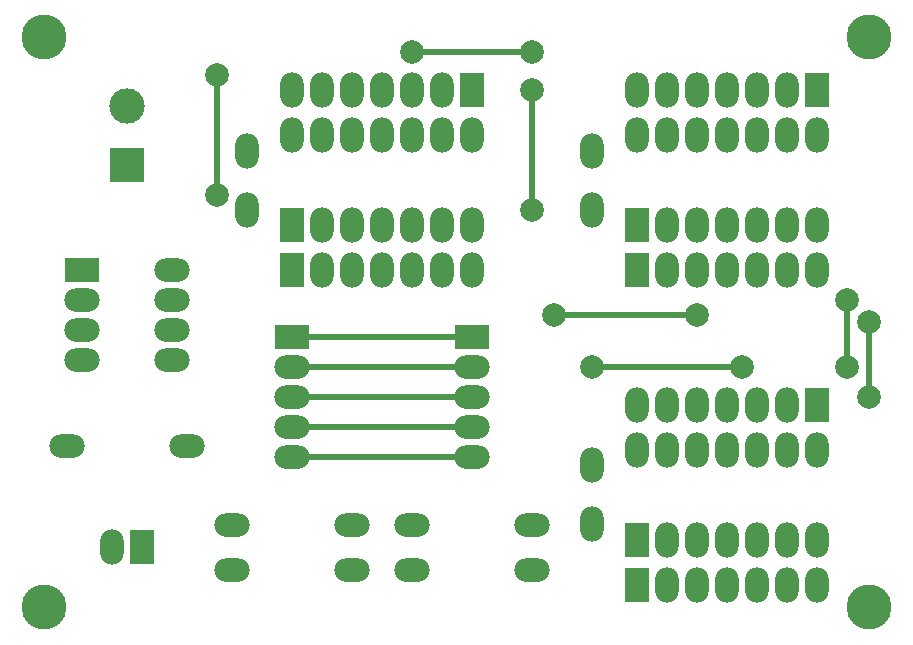
<source format=gbr>
G04 #@! TF.GenerationSoftware,KiCad,Pcbnew,(5.0.2)-1*
G04 #@! TF.CreationDate,2019-09-27T20:29:56-03:00*
G04 #@! TF.ProjectId,circuito-01-com-defeito,63697263-7569-4746-9f2d-30312d636f6d,02*
G04 #@! TF.SameCoordinates,Original*
G04 #@! TF.FileFunction,Copper,L1,Top*
G04 #@! TF.FilePolarity,Positive*
%FSLAX46Y46*%
G04 Gerber Fmt 4.6, Leading zero omitted, Abs format (unit mm)*
G04 Created by KiCad (PCBNEW (5.0.2)-1) date 27-09-2019 20:29:56*
%MOMM*%
%LPD*%
G01*
G04 APERTURE LIST*
G04 #@! TA.AperFunction,ComponentPad*
%ADD10C,3.800000*%
G04 #@! TD*
G04 #@! TA.AperFunction,ComponentPad*
%ADD11R,2.000000X3.000000*%
G04 #@! TD*
G04 #@! TA.AperFunction,ComponentPad*
%ADD12O,2.000000X3.000000*%
G04 #@! TD*
G04 #@! TA.AperFunction,ComponentPad*
%ADD13O,3.000000X2.000000*%
G04 #@! TD*
G04 #@! TA.AperFunction,ComponentPad*
%ADD14R,3.000000X2.000000*%
G04 #@! TD*
G04 #@! TA.AperFunction,ComponentPad*
%ADD15R,3.000000X3.000000*%
G04 #@! TD*
G04 #@! TA.AperFunction,ComponentPad*
%ADD16C,3.000000*%
G04 #@! TD*
G04 #@! TA.AperFunction,ViaPad*
%ADD17C,2.000000*%
G04 #@! TD*
G04 #@! TA.AperFunction,Conductor*
%ADD18C,0.500000*%
G04 #@! TD*
G04 APERTURE END LIST*
D10*
G04 #@! TO.P,Par1,1*
G04 #@! TO.N,N/C*
X111125000Y-73025000D03*
G04 #@! TD*
G04 #@! TO.P,Par4,1*
G04 #@! TO.N,N/C*
X111125000Y-121285000D03*
G04 #@! TD*
G04 #@! TO.P,Par3,1*
G04 #@! TO.N,N/C*
X180975000Y-121285000D03*
G04 #@! TD*
D11*
G04 #@! TO.P,D1,1*
G04 #@! TO.N,GND*
X119380000Y-116205000D03*
D12*
G04 #@! TO.P,D1,2*
G04 #@! TO.N,Net-(D1-Pad2)*
X116840000Y-116205000D03*
G04 #@! TD*
D13*
G04 #@! TO.P,J8,5*
G04 #@! TO.N,/U2-02*
X132080000Y-108585000D03*
G04 #@! TO.P,J8,4*
G04 #@! TO.N,/U3-10*
X132080000Y-106045000D03*
G04 #@! TO.P,J8,3*
G04 #@! TO.N,/U2-02*
X132080000Y-103505000D03*
G04 #@! TO.P,J8,2*
G04 #@! TO.N,/U1-02*
X132080000Y-100965000D03*
D14*
G04 #@! TO.P,J8,1*
G04 #@! TO.N,/U1-01*
X132080000Y-98425000D03*
G04 #@! TD*
D13*
G04 #@! TO.P,J7,5*
G04 #@! TO.N,GND*
X147320000Y-108585000D03*
G04 #@! TO.P,J7,4*
G04 #@! TO.N,/U3-10*
X147320000Y-106045000D03*
G04 #@! TO.P,J7,3*
G04 #@! TO.N,/U2-02*
X147320000Y-103505000D03*
G04 #@! TO.P,J7,2*
G04 #@! TO.N,/U1-02*
X147320000Y-100965000D03*
D14*
G04 #@! TO.P,J7,1*
G04 #@! TO.N,/U1-01*
X147320000Y-98425000D03*
G04 #@! TD*
D12*
G04 #@! TO.P,C2,2*
G04 #@! TO.N,GND*
X157480000Y-87630000D03*
G04 #@! TO.P,C2,1*
G04 #@! TO.N,VCC*
X157480000Y-82630000D03*
G04 #@! TD*
G04 #@! TO.P,J1,7*
G04 #@! TO.N,GND*
X147320000Y-92710000D03*
G04 #@! TO.P,J1,6*
G04 #@! TO.N,/U1-06*
X144780000Y-92710000D03*
G04 #@! TO.P,J1,5*
G04 #@! TO.N,/U1-05*
X142240000Y-92710000D03*
G04 #@! TO.P,J1,4*
G04 #@! TO.N,/U1-02*
X139700000Y-92710000D03*
G04 #@! TO.P,J1,3*
G04 #@! TO.N,/U1-03*
X137160000Y-92710000D03*
G04 #@! TO.P,J1,2*
G04 #@! TO.N,/U1-02*
X134620000Y-92710000D03*
D11*
G04 #@! TO.P,J1,1*
G04 #@! TO.N,/U1-01*
X132080000Y-92710000D03*
G04 #@! TD*
G04 #@! TO.P,J2,1*
G04 #@! TO.N,/U1-08*
X147320000Y-77470000D03*
D12*
G04 #@! TO.P,J2,2*
G04 #@! TO.N,/U1-03*
X144780000Y-77470000D03*
G04 #@! TO.P,J2,3*
G04 #@! TO.N,/U1-10*
X142240000Y-77470000D03*
G04 #@! TO.P,J2,4*
G04 #@! TO.N,/U1-11*
X139700000Y-77470000D03*
G04 #@! TO.P,J2,5*
G04 #@! TO.N,/U1-12*
X137160000Y-77470000D03*
G04 #@! TO.P,J2,6*
G04 #@! TO.N,/U1-13*
X134620000Y-77470000D03*
G04 #@! TO.P,J2,7*
G04 #@! TO.N,VCC*
X132080000Y-77470000D03*
G04 #@! TD*
G04 #@! TO.P,J3,7*
G04 #@! TO.N,GND*
X176530000Y-92710000D03*
G04 #@! TO.P,J3,6*
G04 #@! TO.N,/U2-06*
X173990000Y-92710000D03*
G04 #@! TO.P,J3,5*
G04 #@! TO.N,/U1-06*
X171450000Y-92710000D03*
G04 #@! TO.P,J3,4*
G04 #@! TO.N,/U1-08*
X168910000Y-92710000D03*
G04 #@! TO.P,J3,3*
G04 #@! TO.N,/U1-10*
X166370000Y-92710000D03*
G04 #@! TO.P,J3,2*
G04 #@! TO.N,/U2-02*
X163830000Y-92710000D03*
D11*
G04 #@! TO.P,J3,1*
G04 #@! TO.N,/U1-01*
X161290000Y-92710000D03*
G04 #@! TD*
G04 #@! TO.P,J4,1*
G04 #@! TO.N,/U2-08*
X176530000Y-77470000D03*
D12*
G04 #@! TO.P,J4,2*
G04 #@! TO.N,/U2-06*
X173990000Y-77470000D03*
G04 #@! TO.P,J4,3*
X171450000Y-77470000D03*
G04 #@! TO.P,J4,4*
G04 #@! TO.N,/U2-11*
X168910000Y-77470000D03*
G04 #@! TO.P,J4,5*
G04 #@! TO.N,/U1-03*
X166370000Y-77470000D03*
G04 #@! TO.P,J4,6*
G04 #@! TO.N,/U1-08*
X163830000Y-77470000D03*
G04 #@! TO.P,J4,7*
G04 #@! TO.N,VCC*
X161290000Y-77470000D03*
G04 #@! TD*
G04 #@! TO.P,J5,7*
G04 #@! TO.N,GND*
X176530000Y-119380000D03*
G04 #@! TO.P,J5,6*
G04 #@! TO.N,/U3-06*
X173990000Y-119380000D03*
G04 #@! TO.P,J5,5*
G04 #@! TO.N,/U3-05*
X171450000Y-119380000D03*
G04 #@! TO.P,J5,4*
G04 #@! TO.N,/U3-04*
X168910000Y-119380000D03*
G04 #@! TO.P,J5,3*
G04 #@! TO.N,/U3-03*
X166370000Y-119380000D03*
G04 #@! TO.P,J5,2*
G04 #@! TO.N,/U3-02*
X163830000Y-119380000D03*
D11*
G04 #@! TO.P,J5,1*
G04 #@! TO.N,/U3-01*
X161290000Y-119380000D03*
G04 #@! TD*
G04 #@! TO.P,J6,1*
G04 #@! TO.N,/U2-11*
X176530000Y-104140000D03*
D12*
G04 #@! TO.P,J6,2*
G04 #@! TO.N,/U3-09*
X173990000Y-104140000D03*
G04 #@! TO.P,J6,3*
G04 #@! TO.N,/U3-10*
X171450000Y-104140000D03*
G04 #@! TO.P,J6,4*
G04 #@! TO.N,/U3-11*
X168910000Y-104140000D03*
G04 #@! TO.P,J6,5*
G04 #@! TO.N,/U3-12*
X166370000Y-104140000D03*
G04 #@! TO.P,J6,6*
G04 #@! TO.N,/U3-13*
X163830000Y-104140000D03*
G04 #@! TO.P,J6,7*
G04 #@! TO.N,VCC*
X161290000Y-104140000D03*
G04 #@! TD*
D15*
G04 #@! TO.P,P1,1*
G04 #@! TO.N,GND*
X118110000Y-83820000D03*
D16*
G04 #@! TO.P,P1,2*
G04 #@! TO.N,VCC*
X118110000Y-78820000D03*
G04 #@! TD*
D13*
G04 #@! TO.P,R1,1*
G04 #@! TO.N,/U3-10*
X123190000Y-107665000D03*
G04 #@! TO.P,R1,2*
G04 #@! TO.N,Net-(D1-Pad2)*
X113030000Y-107665000D03*
G04 #@! TD*
G04 #@! TO.P,R2,2*
G04 #@! TO.N,/U1-01*
X142240000Y-114300000D03*
G04 #@! TO.P,R2,1*
G04 #@! TO.N,VCC*
X152400000Y-114300000D03*
G04 #@! TD*
G04 #@! TO.P,R3,1*
G04 #@! TO.N,VCC*
X152400000Y-118110000D03*
G04 #@! TO.P,R3,2*
G04 #@! TO.N,/U2-02*
X142240000Y-118110000D03*
G04 #@! TD*
G04 #@! TO.P,R4,2*
G04 #@! TO.N,/U1-02*
X137160000Y-114300000D03*
G04 #@! TO.P,R4,1*
G04 #@! TO.N,VCC*
X127000000Y-114300000D03*
G04 #@! TD*
G04 #@! TO.P,R5,1*
G04 #@! TO.N,VCC*
X127000000Y-118110000D03*
G04 #@! TO.P,R5,2*
G04 #@! TO.N,/U1-05*
X137160000Y-118110000D03*
G04 #@! TD*
D14*
G04 #@! TO.P,SW1,1*
G04 #@! TO.N,GND*
X114300000Y-92710000D03*
D13*
G04 #@! TO.P,SW1,5*
G04 #@! TO.N,/U1-05*
X121920000Y-100330000D03*
G04 #@! TO.P,SW1,2*
G04 #@! TO.N,GND*
X114300000Y-95250000D03*
G04 #@! TO.P,SW1,6*
G04 #@! TO.N,/U2-02*
X121920000Y-97790000D03*
G04 #@! TO.P,SW1,3*
G04 #@! TO.N,GND*
X114300000Y-97790000D03*
G04 #@! TO.P,SW1,7*
G04 #@! TO.N,/U1-02*
X121920000Y-95250000D03*
G04 #@! TO.P,SW1,4*
G04 #@! TO.N,GND*
X114300000Y-100330000D03*
G04 #@! TO.P,SW1,8*
G04 #@! TO.N,/U1-01*
X121920000Y-92710000D03*
G04 #@! TD*
D11*
G04 #@! TO.P,U1,1*
G04 #@! TO.N,/U1-01*
X132080000Y-88900000D03*
D12*
G04 #@! TO.P,U1,8*
G04 #@! TO.N,/U1-08*
X147320000Y-81280000D03*
G04 #@! TO.P,U1,2*
G04 #@! TO.N,/U1-02*
X134620000Y-88900000D03*
G04 #@! TO.P,U1,9*
G04 #@! TO.N,/U1-03*
X144780000Y-81280000D03*
G04 #@! TO.P,U1,3*
X137160000Y-88900000D03*
G04 #@! TO.P,U1,10*
G04 #@! TO.N,/U1-10*
X142240000Y-81280000D03*
G04 #@! TO.P,U1,4*
G04 #@! TO.N,/U1-02*
X139700000Y-88900000D03*
G04 #@! TO.P,U1,11*
G04 #@! TO.N,/U1-11*
X139700000Y-81280000D03*
G04 #@! TO.P,U1,5*
G04 #@! TO.N,/U1-05*
X142240000Y-88900000D03*
G04 #@! TO.P,U1,12*
G04 #@! TO.N,/U1-12*
X137160000Y-81280000D03*
G04 #@! TO.P,U1,6*
G04 #@! TO.N,/U1-06*
X144780000Y-88900000D03*
G04 #@! TO.P,U1,13*
G04 #@! TO.N,/U1-13*
X134620000Y-81280000D03*
G04 #@! TO.P,U1,7*
G04 #@! TO.N,GND*
X147320000Y-88900000D03*
G04 #@! TO.P,U1,14*
G04 #@! TO.N,VCC*
X132080000Y-81280000D03*
G04 #@! TD*
D11*
G04 #@! TO.P,U2,1*
G04 #@! TO.N,/U1-01*
X161290000Y-88900000D03*
D12*
G04 #@! TO.P,U2,8*
G04 #@! TO.N,/U2-08*
X176530000Y-81280000D03*
G04 #@! TO.P,U2,2*
G04 #@! TO.N,/U2-02*
X163830000Y-88900000D03*
G04 #@! TO.P,U2,9*
G04 #@! TO.N,/U2-06*
X173990000Y-81280000D03*
G04 #@! TO.P,U2,3*
G04 #@! TO.N,/U1-10*
X166370000Y-88900000D03*
G04 #@! TO.P,U2,10*
G04 #@! TO.N,/U2-06*
X171450000Y-81280000D03*
G04 #@! TO.P,U2,4*
G04 #@! TO.N,/U1-08*
X168910000Y-88900000D03*
G04 #@! TO.P,U2,11*
G04 #@! TO.N,/U2-11*
X168910000Y-81280000D03*
G04 #@! TO.P,U2,5*
G04 #@! TO.N,/U1-06*
X171450000Y-88900000D03*
G04 #@! TO.P,U2,12*
G04 #@! TO.N,/U1-03*
X166370000Y-81280000D03*
G04 #@! TO.P,U2,6*
G04 #@! TO.N,/U2-06*
X173990000Y-88900000D03*
G04 #@! TO.P,U2,13*
G04 #@! TO.N,/U1-08*
X163830000Y-81280000D03*
G04 #@! TO.P,U2,7*
G04 #@! TO.N,GND*
X176530000Y-88900000D03*
G04 #@! TO.P,U2,14*
G04 #@! TO.N,VCC*
X161290000Y-81280000D03*
G04 #@! TD*
G04 #@! TO.P,U3,14*
G04 #@! TO.N,VCC*
X161290000Y-107950000D03*
G04 #@! TO.P,U3,7*
G04 #@! TO.N,GND*
X176530000Y-115570000D03*
G04 #@! TO.P,U3,13*
G04 #@! TO.N,/U3-13*
X163830000Y-107950000D03*
G04 #@! TO.P,U3,6*
G04 #@! TO.N,/U3-06*
X173990000Y-115570000D03*
G04 #@! TO.P,U3,12*
G04 #@! TO.N,/U3-12*
X166370000Y-107950000D03*
G04 #@! TO.P,U3,5*
G04 #@! TO.N,/U3-05*
X171450000Y-115570000D03*
G04 #@! TO.P,U3,11*
G04 #@! TO.N,/U3-11*
X168910000Y-107950000D03*
G04 #@! TO.P,U3,4*
G04 #@! TO.N,/U3-04*
X168910000Y-115570000D03*
G04 #@! TO.P,U3,10*
G04 #@! TO.N,/U3-10*
X171450000Y-107950000D03*
G04 #@! TO.P,U3,3*
G04 #@! TO.N,/U3-03*
X166370000Y-115570000D03*
G04 #@! TO.P,U3,9*
G04 #@! TO.N,/U3-09*
X173990000Y-107950000D03*
G04 #@! TO.P,U3,2*
G04 #@! TO.N,/U3-02*
X163830000Y-115570000D03*
G04 #@! TO.P,U3,8*
G04 #@! TO.N,/U2-11*
X176530000Y-107950000D03*
D11*
G04 #@! TO.P,U3,1*
G04 #@! TO.N,/U3-01*
X161290000Y-115570000D03*
G04 #@! TD*
D12*
G04 #@! TO.P,C1,1*
G04 #@! TO.N,VCC*
X128270000Y-82630000D03*
G04 #@! TO.P,C1,2*
G04 #@! TO.N,GND*
X128270000Y-87630000D03*
G04 #@! TD*
G04 #@! TO.P,C3,1*
G04 #@! TO.N,VCC*
X157480000Y-109220000D03*
G04 #@! TO.P,C3,2*
G04 #@! TO.N,GND*
X157480000Y-114220000D03*
G04 #@! TD*
D10*
G04 #@! TO.P,Par2,1*
G04 #@! TO.N,N/C*
X180975000Y-73025000D03*
G04 #@! TD*
D17*
G04 #@! TO.N,/U2-08*
X179070000Y-95250000D03*
X179070000Y-100965000D03*
G04 #@! TO.N,/U2-11*
X180975000Y-103505000D03*
X180975000Y-97155000D03*
G04 #@! TO.N,/U3-10*
X170180000Y-100965000D03*
X157480000Y-100965000D03*
G04 #@! TO.N,/U1-03*
X125730000Y-76200000D03*
X125730000Y-86360000D03*
G04 #@! TO.N,/U1-10*
X152400000Y-87630000D03*
X152400000Y-77470000D03*
X152400000Y-74295000D03*
X142240000Y-74295000D03*
G04 #@! TO.N,/U1-06*
X154305000Y-96520000D03*
X166370000Y-96520000D03*
G04 #@! TD*
D18*
G04 #@! TO.N,/U1-01*
X147320000Y-98425000D02*
X132080000Y-98425000D01*
G04 #@! TO.N,/U2-08*
X179070000Y-95250000D02*
X179070000Y-100965000D01*
G04 #@! TO.N,/U2-11*
X180975000Y-97155000D02*
X180975000Y-103505000D01*
G04 #@! TO.N,/U3-10*
X132080000Y-106045000D02*
X147320000Y-106045000D01*
X170180000Y-100965000D02*
X157480000Y-100965000D01*
G04 #@! TO.N,/U1-02*
X132080000Y-100965000D02*
X147320000Y-100965000D01*
G04 #@! TO.N,/U2-02*
X147320000Y-103505000D02*
X132080000Y-103505000D01*
G04 #@! TO.N,GND*
X134080000Y-108585000D02*
X147320000Y-108585000D01*
X132080000Y-108585000D02*
X134080000Y-108585000D01*
G04 #@! TO.N,/U1-03*
X125730000Y-86360000D02*
X125730000Y-76200000D01*
G04 #@! TO.N,/U1-10*
X152400000Y-87630000D02*
X152400000Y-77470000D01*
X152400000Y-74295000D02*
X142240000Y-74295000D01*
G04 #@! TO.N,/U1-06*
X154305000Y-96520000D02*
X166370000Y-96520000D01*
G04 #@! TD*
M02*

</source>
